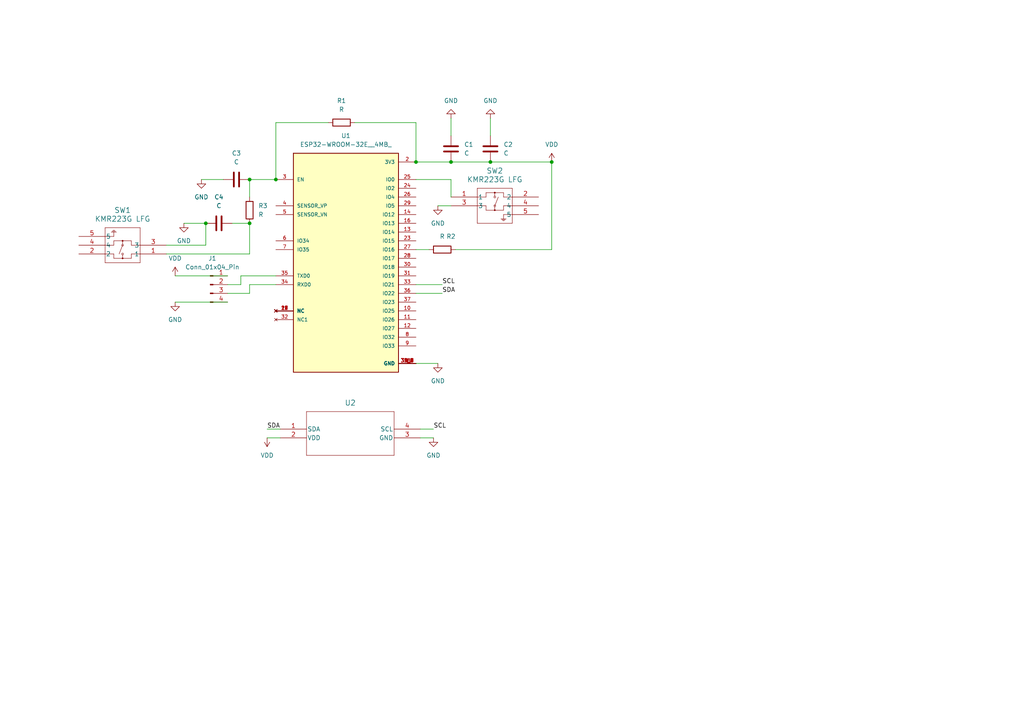
<source format=kicad_sch>
(kicad_sch (version 20230121) (generator eeschema)
  (paper "A4")
  (lib_symbols
    (symbol "Connector:Conn_01x04_Pin" (pin_names (offset 1.016) hide)
      (property "Reference" "J" (at 0 5.08 0))
      (property "Value" "Conn_01x04_Pin" (at 0 -7.62 0))
      (symbol "Conn_01x04_Pin_1_1"
        (polyline (pts (xy 1.27 -5.08) (xy 0.8636 -5.08)) (stroke (width 0.1524)))
        (polyline (pts (xy 1.27 -2.54) (xy 0.8636 -2.54)) (stroke (width 0.1524)))
        (polyline (pts (xy 1.27 0) (xy 0.8636 0)) (stroke (width 0.1524)))
        (polyline (pts (xy 1.27 2.54) (xy 0.8636 2.54)) (stroke (width 0.1524)))
        (rectangle (start 0.8636 -4.953) (end 0 -5.207) (stroke (width 0.1524)) (fill (type outline)))
        (rectangle (start 0.8636 -2.413) (end 0 -2.667) (stroke (width 0.1524)) (fill (type outline)))
        (rectangle (start 0.8636 0.127) (end 0 -0.127) (stroke (width 0.1524)) (fill (type outline)))
        (rectangle (start 0.8636 2.667) (end 0 2.413) (stroke (width 0.1524)) (fill (type outline)))
        (pin passive line (at 5.08 2.54 180) (length 3.81) (name "Pin_1") (number "1"))
        (pin passive line (at 5.08 0 180) (length 3.81) (name "Pin_2") (number "2"))
        (pin passive line (at 5.08 -2.54 180) (length 3.81) (name "Pin_3") (number "3"))
        (pin passive line (at 5.08 -5.08 180) (length 3.81) (name "Pin_4") (number "4"))
      )
    )
    (symbol "Device:C" (pin_numbers hide) (pin_names (offset 0.254))
      (property "Reference" "C" (at 0.635 2.54 0))
      (property "Value" "C" (at 0.635 -2.54 0))
      (symbol "C_0_1"
        (polyline (pts (xy -2.032 -0.762) (xy 2.032 -0.762)) (stroke (width 0.508)))
        (polyline (pts (xy -2.032 0.762) (xy 2.032 0.762)) (stroke (width 0.508)))
      )
      (symbol "C_1_1"
        (pin passive line (at 0 3.81 270) (length 2.794) (name "~") (number "1"))
        (pin passive line (at 0 -3.81 90) (length 2.794) (name "~") (number "2"))
      )
    )
    (symbol "Device:R" (pin_numbers hide) (pin_names (offset 0))
      (property "Reference" "R" (at 2.032 0 90))
      (property "Value" "R" (at 0 0 90))
      (symbol "R_0_1"
        (rectangle (start -1.016 -2.54) (end 1.016 2.54) (stroke (width 0.254)))
      )
      (symbol "R_1_1"
        (pin passive line (at 0 3.81 270) (length 1.27) (name "~") (number "1"))
        (pin passive line (at 0 -3.81 90) (length 1.27) (name "~") (number "2"))
      )
    )
    (symbol "power:GND" (power) (pin_names (offset 0))
      (property "Value" "GND" (at 0 -3.81 0))
      (symbol "GND_0_1"
        (polyline (pts (xy 0 0) (xy 0 -1.27) (xy 1.27 -1.27) (xy 0 -2.54) (xy -1.27 -1.27) (xy 0 -1.27)))
      )
      (symbol "GND_1_1"
        (pin power_in line (at 0 0 270) (length 0) hide (name "GND") (number "1"))
      )
    )
    (symbol "power:VDD" (power) (pin_names (offset 0))
      (property "Value" "VDD" (at 0 3.81 0))
      (symbol "VDD_0_1"
        (polyline (pts (xy -0.762 1.27) (xy 0 2.54)))
        (polyline (pts (xy 0 0) (xy 0 2.54)))
        (polyline (pts (xy 0 2.54) (xy 0.762 1.27)))
      )
      (symbol "VDD_1_1"
        (pin power_in line (at 0 0 90) (length 0) hide (name "VDD") (number "1"))
      )
    )
    (symbol "thermal_cam_lib:ESP32-WROOM-32E__4MB_" (pin_names (offset 1.016))
      (property "Reference" "U" (at -15.24 33.909 0))
      (property "Value" "ESP32-WROOM-32E__4MB_" (at -15.24 -33.02 0))
      (symbol "ESP32-WROOM-32E__4MB__0_0"
        (rectangle (start -15.24 -30.48) (end 15.24 33.02) (stroke (width 0.254)) (fill (type background)))
        (pin power_in line (at 20.32 -27.94 180) (length 5.08) (name "GND") (number "1"))
        (pin bidirectional line (at 20.32 -12.7 180) (length 5.08) (name "IO25") (number "10"))
        (pin bidirectional line (at 20.32 -15.24 180) (length 5.08) (name "IO26") (number "11"))
        (pin bidirectional line (at 20.32 -17.78 180) (length 5.08) (name "IO27") (number "12"))
        (pin bidirectional line (at 20.32 10.16 180) (length 5.08) (name "IO14") (number "13"))
        (pin bidirectional line (at 20.32 15.24 180) (length 5.08) (name "IO12") (number "14"))
        (pin power_in line (at 20.32 -27.94 180) (length 5.08) (name "GND") (number "15"))
        (pin bidirectional line (at 20.32 12.7 180) (length 5.08) (name "IO13") (number "16"))
        (pin no_connect line (at -20.32 -12.7 0) (length 5.08) (name "NC") (number "17"))
        (pin no_connect line (at -20.32 -12.7 0) (length 5.08) (name "NC") (number "18"))
        (pin no_connect line (at -20.32 -12.7 0) (length 5.08) (name "NC") (number "19"))
        (pin power_in line (at 20.32 30.48 180) (length 5.08) (name "3V3") (number "2"))
        (pin no_connect line (at -20.32 -12.7 0) (length 5.08) (name "NC") (number "20"))
        (pin no_connect line (at -20.32 -12.7 0) (length 5.08) (name "NC") (number "21"))
        (pin no_connect line (at -20.32 -12.7 0) (length 5.08) (name "NC") (number "22"))
        (pin bidirectional line (at 20.32 7.62 180) (length 5.08) (name "IO15") (number "23"))
        (pin bidirectional line (at 20.32 22.86 180) (length 5.08) (name "IO2") (number "24"))
        (pin bidirectional line (at 20.32 25.4 180) (length 5.08) (name "IO0") (number "25"))
        (pin bidirectional line (at 20.32 20.32 180) (length 5.08) (name "IO4") (number "26"))
        (pin bidirectional line (at 20.32 5.08 180) (length 5.08) (name "IO16") (number "27"))
        (pin bidirectional line (at 20.32 2.54 180) (length 5.08) (name "IO17") (number "28"))
        (pin bidirectional line (at 20.32 17.78 180) (length 5.08) (name "IO5") (number "29"))
        (pin input line (at -20.32 25.4 0) (length 5.08) (name "EN") (number "3"))
        (pin bidirectional line (at 20.32 0 180) (length 5.08) (name "IO18") (number "30"))
        (pin bidirectional line (at 20.32 -2.54 180) (length 5.08) (name "IO19") (number "31"))
        (pin no_connect line (at -20.32 -15.24 0) (length 5.08) (name "NC1") (number "32"))
        (pin bidirectional line (at 20.32 -5.08 180) (length 5.08) (name "IO21") (number "33"))
        (pin bidirectional line (at -20.32 -5.08 0) (length 5.08) (name "RXD0") (number "34"))
        (pin bidirectional line (at -20.32 -2.54 0) (length 5.08) (name "TXD0") (number "35"))
        (pin bidirectional line (at 20.32 -7.62 180) (length 5.08) (name "IO22") (number "36"))
        (pin bidirectional line (at 20.32 -10.16 180) (length 5.08) (name "IO23") (number "37"))
        (pin power_in line (at 20.32 -27.94 180) (length 5.08) (name "GND") (number "38"))
        (pin power_in line (at 20.32 -27.94 180) (length 5.08) (name "GND") (number "39_1"))
        (pin power_in line (at 20.32 -27.94 180) (length 5.08) (name "GND") (number "39_2"))
        (pin power_in line (at 20.32 -27.94 180) (length 5.08) (name "GND") (number "39_3"))
        (pin power_in line (at 20.32 -27.94 180) (length 5.08) (name "GND") (number "39_4"))
        (pin power_in line (at 20.32 -27.94 180) (length 5.08) (name "GND") (number "39_5"))
        (pin power_in line (at 20.32 -27.94 180) (length 5.08) (name "GND") (number "39_6"))
        (pin power_in line (at 20.32 -27.94 180) (length 5.08) (name "GND") (number "39_7"))
        (pin power_in line (at 20.32 -27.94 180) (length 5.08) (name "GND") (number "39_8"))
        (pin power_in line (at 20.32 -27.94 180) (length 5.08) (name "GND") (number "39_9"))
        (pin input line (at -20.32 17.78 0) (length 5.08) (name "SENSOR_VP") (number "4"))
        (pin input line (at -20.32 15.24 0) (length 5.08) (name "SENSOR_VN") (number "5"))
        (pin input line (at -20.32 7.62 0) (length 5.08) (name "IO34") (number "6"))
        (pin input line (at -20.32 5.08 0) (length 5.08) (name "IO35") (number "7"))
        (pin bidirectional line (at 20.32 -20.32 180) (length 5.08) (name "IO32") (number "8"))
        (pin bidirectional line (at 20.32 -22.86 180) (length 5.08) (name "IO33") (number "9"))
      )
    )
    (symbol "thermal_cam_lib:KMR223G_LFG" (pin_names (offset 0.254))
      (property "Reference" "SW" (at 12.7 7.62 0))
      (property "Value" "KMR223G LFG" (at 12.7 5.08 0))
      (symbol "KMR223G_LFG_0_1"
        (polyline (pts (xy 7.62 -7.62) (xy 17.78 -7.62)) (stroke (width 0.127)))
        (polyline (pts (xy 7.62 0) (xy 10.16 0)) (stroke (width 0.127)))
        (polyline (pts (xy 7.62 2.54) (xy 7.62 -7.62)) (stroke (width 0.127)))
        (polyline (pts (xy 10.16 -3.81) (xy 10.16 -2.54)) (stroke (width 0.127)))
        (polyline (pts (xy 10.16 -2.54) (xy 7.62 -2.54)) (stroke (width 0.127)))
        (polyline (pts (xy 10.16 0) (xy 10.16 1.27)) (stroke (width 0.127)))
        (polyline (pts (xy 10.16 1.27) (xy 15.24 1.27)) (stroke (width 0.127)))
        (polyline (pts (xy 12.7 -2.794) (xy 12.7 -3.81)) (stroke (width 0.127)))
        (polyline (pts (xy 12.7 1.27) (xy 12.7 0.254)) (stroke (width 0.127)))
        (polyline (pts (xy 13.716 0) (xy 12.7 -2.54)) (stroke (width 0.127)))
        (polyline (pts (xy 14.478 -6.35) (xy 16.002 -6.35)) (stroke (width 0.127)))
        (polyline (pts (xy 14.986 -6.858) (xy 15.494 -6.858)) (stroke (width 0.127)))
        (polyline (pts (xy 15.24 -5.08) (xy 15.24 -6.35)) (stroke (width 0.127)))
        (polyline (pts (xy 15.24 -3.81) (xy 10.16 -3.81)) (stroke (width 0.127)))
        (polyline (pts (xy 15.24 -2.54) (xy 15.24 -3.81)) (stroke (width 0.127)))
        (polyline (pts (xy 15.24 0) (xy 17.78 0)) (stroke (width 0.127)))
        (polyline (pts (xy 15.24 1.27) (xy 15.24 0)) (stroke (width 0.127)))
        (polyline (pts (xy 15.748 -6.604) (xy 14.732 -6.604)) (stroke (width 0.127)))
        (polyline (pts (xy 17.78 -7.62) (xy 17.78 2.54)) (stroke (width 0.127)))
        (polyline (pts (xy 17.78 -5.08) (xy 15.24 -5.08)) (stroke (width 0.127)))
        (polyline (pts (xy 17.78 -2.54) (xy 15.24 -2.54)) (stroke (width 0.127)))
        (polyline (pts (xy 17.78 2.54) (xy 7.62 2.54)) (stroke (width 0.127)))
        (circle (center 12.7 -3.81) (radius 0.127) (stroke (width 0.254)))
        (circle (center 12.7 -2.54) (radius 0.254) (stroke (width 0.127)))
        (circle (center 12.7 0) (radius 0.254) (stroke (width 0.127)))
        (circle (center 12.7 1.27) (radius 0.127) (stroke (width 0.254)))
        (pin unspecified line (at 0 0 0) (length 7.62) (name "1") (number "1"))
        (pin unspecified line (at 25.4 0 180) (length 7.62) (name "2") (number "2"))
        (pin unspecified line (at 0 -2.54 0) (length 7.62) (name "3") (number "3"))
        (pin unspecified line (at 25.4 -2.54 180) (length 7.62) (name "4") (number "4"))
        (pin unspecified line (at 25.4 -5.08 180) (length 7.62) (name "5") (number "5"))
      )
    )
    (symbol "thermal_cam_lib:MLX90640ESF-BAB-000-TU" (pin_names (offset 0.254))
      (property "Reference" "U" (at 20.32 10.16 0))
      (symbol "MLX90640ESF-BAB-000-TU_0_1"
        (polyline (pts (xy 7.62 -7.62) (xy 33.02 -7.62)) (stroke (width 0.127)))
        (polyline (pts (xy 7.62 5.08) (xy 7.62 -7.62)) (stroke (width 0.127)))
        (polyline (pts (xy 33.02 -7.62) (xy 33.02 5.08)) (stroke (width 0.127)))
        (polyline (pts (xy 33.02 5.08) (xy 7.62 5.08)) (stroke (width 0.127)))
        (pin bidirectional line (at 0 0 0) (length 7.62) (name "SDA") (number "1"))
        (pin power_in line (at 0 -2.54 0) (length 7.62) (name "VDD") (number "2"))
        (pin power_out line (at 40.64 -2.54 180) (length 7.62) (name "GND") (number "3"))
        (pin input line (at 40.64 0 180) (length 7.62) (name "SCL") (number "4"))
      )
    )
  )
  (junction (at 72.39 64.77))
  (junction (at 59.69 64.77))
  (junction (at 160.02 46.99))
  (junction (at 72.39 52.07))
  (junction (at 130.81 46.99))
  (junction (at 80.01 52.07))
  (junction (at 142.24 46.99))
  (junction (at 120.65 46.99))
  (wire (pts (xy 77.47 127) (xy 81.28 127)))
  (wire (pts (xy 67.31 64.77) (xy 72.39 64.77)))
  (wire (pts (xy 48.26 71.12) (xy 59.69 71.12)))
  (wire (pts (xy 127 59.69) (xy 130.81 59.69)))
  (wire (pts (xy 130.81 52.07) (xy 130.81 57.15)))
  (wire (pts (xy 53.34 64.77) (xy 59.69 64.77)))
  (wire (pts (xy 80.01 35.56) (xy 80.01 52.07)))
  (wire (pts (xy 121.92 127) (xy 125.73 127)))
  (wire (pts (xy 72.39 82.55) (xy 80.01 82.55)))
  (wire (pts (xy 69.85 80.01) (xy 69.85 82.55)))
  (wire (pts (xy 72.39 73.66) (xy 72.39 64.77)))
  (wire (pts (xy 120.65 46.99) (xy 130.81 46.99)))
  (wire (pts (xy 77.47 124.46) (xy 81.28 124.46)))
  (wire (pts (xy 48.26 73.66) (xy 72.39 73.66)))
  (wire (pts (xy 50.8 87.63) (xy 66.04 87.63)))
  (wire (pts (xy 102.87 35.56) (xy 120.65 35.56)))
  (wire (pts (xy 120.65 85.09) (xy 128.27 85.09)))
  (wire (pts (xy 120.65 82.55) (xy 128.27 82.55)))
  (wire (pts (xy 66.04 85.09) (xy 72.39 85.09)))
  (wire (pts (xy 120.65 35.56) (xy 120.65 46.99)))
  (wire (pts (xy 130.81 46.99) (xy 142.24 46.99)))
  (wire (pts (xy 120.65 52.07) (xy 130.81 52.07)))
  (wire (pts (xy 130.81 34.29) (xy 130.81 39.37)))
  (wire (pts (xy 120.65 72.39) (xy 124.46 72.39)))
  (wire (pts (xy 59.69 64.77) (xy 59.69 71.12)))
  (wire (pts (xy 50.8 80.01) (xy 66.04 80.01)))
  (wire (pts (xy 120.65 105.41) (xy 127 105.41)))
  (wire (pts (xy 72.39 52.07) (xy 72.39 57.15)))
  (wire (pts (xy 80.01 80.01) (xy 69.85 80.01)))
  (wire (pts (xy 72.39 85.09) (xy 72.39 82.55)))
  (wire (pts (xy 160.02 72.39) (xy 132.08 72.39)))
  (wire (pts (xy 142.24 34.29) (xy 142.24 39.37)))
  (wire (pts (xy 58.42 52.07) (xy 64.77 52.07)))
  (wire (pts (xy 121.92 124.46) (xy 125.73 124.46)))
  (wire (pts (xy 72.39 52.07) (xy 80.01 52.07)))
  (wire (pts (xy 95.25 35.56) (xy 80.01 35.56)))
  (wire (pts (xy 160.02 46.99) (xy 160.02 72.39)))
  (wire (pts (xy 69.85 82.55) (xy 66.04 82.55)))
  (wire (pts (xy 160.02 46.99) (xy 142.24 46.99)))
  (label "SDA" (at 128.27 85.09 0))
  (label "SCL" (at 125.73 124.46 0))
  (label "SDA" (at 77.47 124.46 0))
  (label "SCL" (at 128.27 82.55 0))
  (symbol (lib_id "Device:C") (at 130.81 43.18 180) (unit 1)
    (property "Reference" "C1" (at 134.62 41.91 0) (effects (justify right)))
    (property "Value" "C" (at 134.62 44.45 0) (effects (justify right)))
    (property "Footprint" "Capacitor_SMD:C_0805_2012Metric" (effects hide))
  )
  (symbol (lib_id "power:GND") (at 142.24 34.29 180) (unit 1)
    (property "Reference" "#PWR02" (effects hide))
    (property "Value" "GND" (at 142.24 29.21 0))
  )
  (symbol (lib_id "power:GND") (at 127 59.69 0) (unit 1)
    (property "Reference" "#PWR06" (effects hide))
    (property "Value" "GND" (at 127 64.77 0))
  )
  (symbol (lib_id "Device:C") (at 68.58 52.07 90) (unit 1)
    (property "Reference" "C3" (at 68.58 44.45 90))
    (property "Value" "C" (at 68.58 46.99 90))
    (property "Footprint" "Capacitor_SMD:C_0805_2012Metric" (effects hide))
  )
  (symbol (lib_id "power:VDD") (at 50.8 80.01 0) (unit 1)
    (property "Reference" "#PWR08" (effects hide))
    (property "Value" "VDD" (at 50.8 74.93 0))
  )
  (symbol (lib_id "Device:R") (at 128.27 72.39 90) (unit 1)
    (property "Reference" "R2" (at 130.81 68.58 90))
    (property "Value" "R" (at 128.27 68.58 90))
    (property "Footprint" "Resistor_SMD:R_0805_2012Metric" (effects hide))
  )
  (symbol (lib_id "power:GND") (at 130.81 34.29 180) (unit 1)
    (property "Reference" "#PWR01" (effects hide))
    (property "Value" "GND" (at 130.81 29.21 0))
  )
  (symbol (lib_id "thermal_cam_lib:MLX90640ESF-BAB-000-TU") (at 81.28 124.46 0) (unit 1)
    (property "Reference" "U2" (at 101.6 116.84 0) (effects (font (size 1.524 1.524))))
    (property "Value" "MLX90640ESF-BAB-000-TU" (effects hide))
    (property "Footprint" "thermal_cam_footprint:FOV55d_MEL" (effects hide))
    (property "Datasheet" "MLX90640ESF-BAB-000-TU" (effects hide))
  )
  (symbol (lib_id "power:GND") (at 58.42 52.07 0) (unit 1)
    (property "Reference" "#PWR04" (effects hide))
    (property "Value" "GND" (at 58.42 57.15 0))
  )
  (symbol (lib_id "Connector:Conn_01x04_Pin") (at 60.96 82.55 0) (unit 1)
    (property "Reference" "J1" (at 61.595 74.93 0))
    (property "Value" "Conn_01x04_Pin" (at 61.595 77.47 0))
    (property "Footprint" "Connector_PinHeader_2.54mm:PinHeader_1x04_P2.54mm_Horizontal" (effects hide))
  )
  (symbol (lib_id "thermal_cam_lib:KMR223G_LFG") (at 48.26 73.66 180) (unit 1)
    (property "Reference" "SW1" (at 35.56 60.96 0) (effects (font (size 1.524 1.524))))
    (property "Value" "KMR223G LFG" (at 35.56 63.5 0) (effects (font (size 1.524 1.524))))
    (property "Footprint" "thermal_cam_footprint:KMR2_G_CNK" (effects hide))
    (property "Datasheet" "KMR223G LFG" (effects hide))
  )
  (symbol (lib_id "power:VDD") (at 160.02 46.99 0) (unit 1)
    (property "Reference" "#PWR07" (effects hide))
    (property "Value" "VDD" (at 160.02 41.91 0))
  )
  (symbol (lib_id "Device:R") (at 99.06 35.56 90) (unit 1)
    (property "Reference" "R1" (at 99.06 29.21 90))
    (property "Value" "R" (at 99.06 31.75 90))
    (property "Footprint" "Resistor_SMD:R_0805_2012Metric" (effects hide))
  )
  (symbol (lib_id "power:GND") (at 50.8 87.63 0) (unit 1)
    (property "Reference" "#PWR09" (effects hide))
    (property "Value" "GND" (at 50.8 92.71 0))
  )
  (symbol (lib_id "Device:R") (at 72.39 60.96 0) (unit 1)
    (property "Reference" "R3" (at 74.93 59.69 0) (effects (justify left)))
    (property "Value" "R" (at 74.93 62.23 0) (effects (justify left)))
    (property "Footprint" "Resistor_SMD:R_0805_2012Metric" (effects hide))
  )
  (symbol (lib_id "thermal_cam_lib:KMR223G_LFG") (at 130.81 57.15 0) (unit 1)
    (property "Reference" "SW2" (at 143.51 49.53 0) (effects (font (size 1.524 1.524))))
    (property "Value" "KMR223G LFG" (at 143.51 52.07 0) (effects (font (size 1.524 1.524))))
    (property "Footprint" "thermal_cam_footprint:KMR2_G_CNK" (effects hide))
    (property "Datasheet" "KMR223G LFG" (effects hide))
  )
  (symbol (lib_id "power:GND") (at 127 105.41 0) (unit 1)
    (property "Reference" "#PWR03" (effects hide))
    (property "Value" "GND" (at 127 110.49 0))
  )
  (symbol (lib_id "Device:C") (at 63.5 64.77 90) (unit 1)
    (property "Reference" "C4" (at 63.5 57.15 90))
    (property "Value" "C" (at 63.5 59.69 90))
    (property "Footprint" "Capacitor_SMD:C_0805_2012Metric" (effects hide))
  )
  (symbol (lib_id "thermal_cam_lib:ESP32-WROOM-32E__4MB_") (at 100.33 77.47 0) (unit 1)
    (property "Reference" "U1" (at 100.33 39.37 0))
    (property "Value" "ESP32-WROOM-32E__4MB_" (at 100.33 41.91 0))
    (property "Footprint" "thermal_cam_footprint:XCVR_ESP32-WROOM-32E__4MB_" (effects hide))
    (property "MF" "Espressif Systems" (effects hide))
    (property "MAXIMUM_PACKAGE_HEIGHT" "3.25mm" (effects hide))
    (property "Package" "SMD-44 Espressif Systems" (effects hide))
    (property "Price" "None" (effects hide))
    (property "Check_prices" "https://www.snapeda.com/parts/ESP32-WROOM-32E%20(4MB)/Espressif+Systems/view-part/?ref=eda" (effects hide))
    (property "STANDARD" "Manufacturer Recommendations" (effects hide))
    (property "PARTREV" "1.4" (effects hide))
    (property "SnapEDA_Link" "https://www.snapeda.com/parts/ESP32-WROOM-32E%20(4MB)/Espressif+Systems/view-part/?ref=snap" (effects hide))
    (property "MP" "ESP32-WROOM-32E (4MB)" (effects hide))
    (property "Description" "\nBluetooth, WiFi 802.11b/g/n, Bluetooth v4.2 +EDR, Class 1, 2 and 3 Transceiver Module 2.4GHz ~ 2.5GHz Integrated, Trace Surface Mount\n" (effects hide))
    (property "Availability" "Not in stock" (effects hide))
    (property "MANUFACTURER" "Espressif Systems" (effects hide))
  )
  (symbol (lib_id "power:GND") (at 125.73 127 0) (unit 1)
    (property "Reference" "#PWR011" (effects hide))
    (property "Value" "GND" (at 125.73 132.08 0))
  )
  (symbol (lib_id "Device:C") (at 142.24 43.18 180) (unit 1)
    (property "Reference" "C2" (at 146.05 41.91 0) (effects (justify right)))
    (property "Value" "C" (at 146.05 44.45 0) (effects (justify right)))
    (property "Footprint" "Capacitor_SMD:C_0805_2012Metric" (effects hide))
  )
  (symbol (lib_id "power:VDD") (at 77.47 127 180) (unit 1)
    (property "Reference" "#PWR010" (effects hide))
    (property "Value" "VDD" (at 77.47 132.08 0))
  )
  (symbol (lib_id "power:GND") (at 53.34 64.77 0) (unit 1)
    (property "Reference" "#PWR05" (effects hide))
    (property "Value" "GND" (at 53.34 69.85 0))
  )
)
</source>
